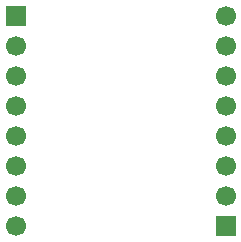
<source format=gbs>
G04 #@! TF.GenerationSoftware,KiCad,Pcbnew,9.0.4*
G04 #@! TF.CreationDate,2025-12-19T23:17:48-05:00*
G04 #@! TF.ProjectId,ADS1120IPWR,41445331-3132-4304-9950-57522e6b6963,rev?*
G04 #@! TF.SameCoordinates,Original*
G04 #@! TF.FileFunction,Soldermask,Bot*
G04 #@! TF.FilePolarity,Negative*
%FSLAX46Y46*%
G04 Gerber Fmt 4.6, Leading zero omitted, Abs format (unit mm)*
G04 Created by KiCad (PCBNEW 9.0.4) date 2025-12-19 23:17:48*
%MOMM*%
%LPD*%
G01*
G04 APERTURE LIST*
%ADD10R,1.700000X1.700000*%
%ADD11C,1.700000*%
G04 APERTURE END LIST*
D10*
X145450000Y-55340000D03*
D11*
X145450000Y-57880000D03*
X145450000Y-60420000D03*
X145450000Y-62960000D03*
X145450000Y-65500000D03*
X145450000Y-68040000D03*
X145450000Y-70580000D03*
X145450000Y-73120000D03*
D10*
X163230000Y-73100000D03*
D11*
X163230000Y-70560000D03*
X163230000Y-68020000D03*
X163230000Y-65480000D03*
X163230000Y-62940000D03*
X163230000Y-60400000D03*
X163230000Y-57860000D03*
X163230000Y-55320000D03*
M02*

</source>
